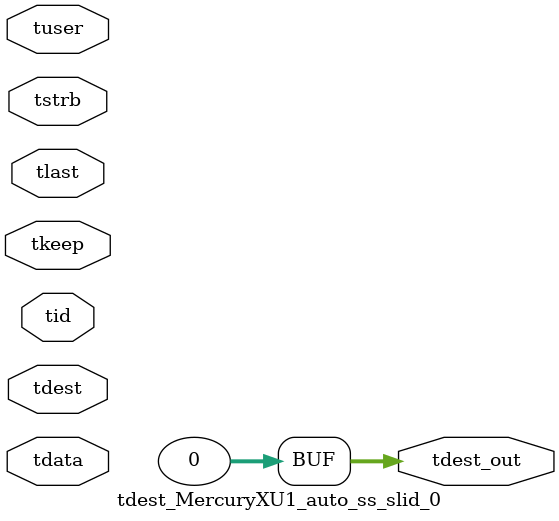
<source format=v>


`timescale 1ps/1ps

module tdest_MercuryXU1_auto_ss_slid_0 #
(
parameter C_S_AXIS_TDATA_WIDTH = 32,
parameter C_S_AXIS_TUSER_WIDTH = 0,
parameter C_S_AXIS_TID_WIDTH   = 0,
parameter C_S_AXIS_TDEST_WIDTH = 0,
parameter C_M_AXIS_TDEST_WIDTH = 32
)
(
input  [(C_S_AXIS_TDATA_WIDTH == 0 ? 1 : C_S_AXIS_TDATA_WIDTH)-1:0     ] tdata,
input  [(C_S_AXIS_TUSER_WIDTH == 0 ? 1 : C_S_AXIS_TUSER_WIDTH)-1:0     ] tuser,
input  [(C_S_AXIS_TID_WIDTH   == 0 ? 1 : C_S_AXIS_TID_WIDTH)-1:0       ] tid,
input  [(C_S_AXIS_TDEST_WIDTH == 0 ? 1 : C_S_AXIS_TDEST_WIDTH)-1:0     ] tdest,
input  [(C_S_AXIS_TDATA_WIDTH/8)-1:0 ] tkeep,
input  [(C_S_AXIS_TDATA_WIDTH/8)-1:0 ] tstrb,
input                                                                    tlast,
output [C_M_AXIS_TDEST_WIDTH-1:0] tdest_out
);

assign tdest_out = {5'b00000};

endmodule


</source>
